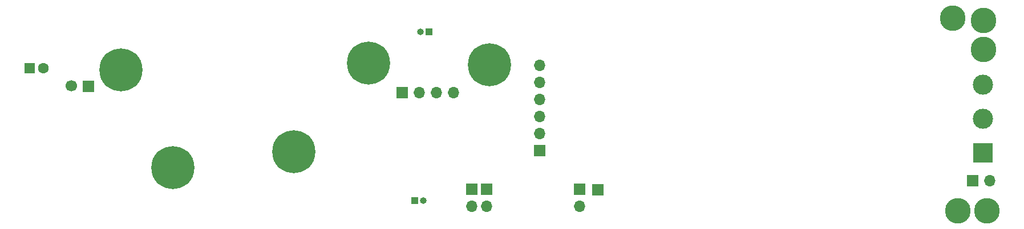
<source format=gbr>
%TF.GenerationSoftware,KiCad,Pcbnew,8.0.0*%
%TF.CreationDate,2024-08-29T00:31:50-07:00*%
%TF.ProjectId,sled,736c6564-2e6b-4696-9361-645f70636258,rev?*%
%TF.SameCoordinates,Original*%
%TF.FileFunction,Soldermask,Bot*%
%TF.FilePolarity,Negative*%
%FSLAX46Y46*%
G04 Gerber Fmt 4.6, Leading zero omitted, Abs format (unit mm)*
G04 Created by KiCad (PCBNEW 8.0.0) date 2024-08-29 00:31:50*
%MOMM*%
%LPD*%
G01*
G04 APERTURE LIST*
G04 Aperture macros list*
%AMHorizOval*
0 Thick line with rounded ends*
0 $1 width*
0 $2 $3 position (X,Y) of the first rounded end (center of the circle)*
0 $4 $5 position (X,Y) of the second rounded end (center of the circle)*
0 Add line between two ends*
20,1,$1,$2,$3,$4,$5,0*
0 Add two circle primitives to create the rounded ends*
1,1,$1,$2,$3*
1,1,$1,$4,$5*%
%AMRotRect*
0 Rectangle, with rotation*
0 The origin of the aperture is its center*
0 $1 length*
0 $2 width*
0 $3 Rotation angle, in degrees counterclockwise*
0 Add horizontal line*
21,1,$1,$2,0,0,$3*%
G04 Aperture macros list end*
%ADD10R,3.000000X3.000000*%
%ADD11C,3.000000*%
%ADD12C,6.400000*%
%ADD13R,1.000000X1.000000*%
%ADD14O,1.000000X1.000000*%
%ADD15R,1.700000X1.700000*%
%ADD16O,1.700000X1.700000*%
%ADD17C,3.800000*%
%ADD18RotRect,1.700000X1.700000X268.000000*%
%ADD19HorizOval,1.700000X0.000000X0.000000X0.000000X0.000000X0*%
%ADD20R,1.600000X1.600000*%
%ADD21C,1.600000*%
G04 APERTURE END LIST*
D10*
%TO.C,SW5*%
X241681000Y-65532000D03*
D11*
X241681000Y-60452000D03*
X241681000Y-55372000D03*
%TD*%
D12*
%TO.C,H1*%
X168427502Y-52393444D03*
%TD*%
D13*
%TO.C,BT2*%
X159461200Y-47498000D03*
D14*
X158191200Y-47498000D03*
%TD*%
D15*
%TO.C,SW1*%
X168021000Y-70931000D03*
D16*
X168021000Y-73471000D03*
%TD*%
D13*
%TO.C,BT1*%
X157327600Y-72644000D03*
D14*
X158597600Y-72644000D03*
%TD*%
D12*
%TO.C,H5*%
X121500000Y-67750000D03*
%TD*%
D17*
%TO.C,H6*%
X237236000Y-45466000D03*
%TD*%
%TO.C,H8*%
X237998000Y-74168000D03*
%TD*%
D15*
%TO.C,BR1*%
X175920400Y-65176400D03*
D16*
X175920400Y-62636400D03*
X175920400Y-60096400D03*
X175920400Y-57556400D03*
X175920400Y-55016400D03*
X175920400Y-52476400D03*
%TD*%
D15*
%TO.C,J2*%
X240152000Y-69723000D03*
D16*
X242692000Y-69723000D03*
%TD*%
D15*
%TO.C,LYRA1*%
X155508800Y-56581200D03*
D16*
X158048800Y-56581200D03*
X160588800Y-56581200D03*
X163128800Y-56581200D03*
%TD*%
D17*
%TO.C,H9*%
X242316000Y-74168000D03*
%TD*%
%TO.C,H11*%
X241808000Y-50165000D03*
%TD*%
D12*
%TO.C,H3*%
X113780646Y-53142541D03*
%TD*%
D15*
%TO.C,SW4*%
X184531000Y-71063000D03*
%TD*%
D12*
%TO.C,H4*%
X139416333Y-65335328D03*
%TD*%
D17*
%TO.C,H10*%
X241808000Y-45796200D03*
%TD*%
D12*
%TO.C,H2*%
X150532490Y-52126007D03*
%TD*%
D18*
%TO.C,GPS1*%
X108971000Y-55626000D03*
D19*
X106432547Y-55537355D03*
%TD*%
D15*
%TO.C,SW3*%
X181864000Y-70931000D03*
D16*
X181864000Y-73471000D03*
%TD*%
D20*
%TO.C,BT3*%
X100235000Y-52959000D03*
D21*
X102235000Y-52959000D03*
%TD*%
D15*
%TO.C,SW2*%
X165862000Y-70931000D03*
D16*
X165862000Y-73471000D03*
%TD*%
M02*

</source>
